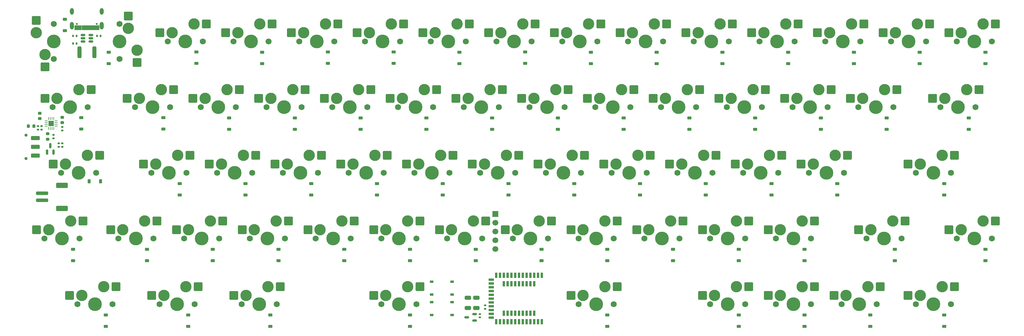
<source format=gbr>
%TF.GenerationSoftware,KiCad,Pcbnew,9.0.1*%
%TF.CreationDate,2025-05-16T22:45:18+09:00*%
%TF.ProjectId,H360,48333630-2e6b-4696-9361-645f70636258,rev?*%
%TF.SameCoordinates,Original*%
%TF.FileFunction,Soldermask,Bot*%
%TF.FilePolarity,Negative*%
%FSLAX46Y46*%
G04 Gerber Fmt 4.6, Leading zero omitted, Abs format (unit mm)*
G04 Created by KiCad (PCBNEW 9.0.1) date 2025-05-16 22:45:18*
%MOMM*%
%LPD*%
G01*
G04 APERTURE LIST*
G04 Aperture macros list*
%AMRoundRect*
0 Rectangle with rounded corners*
0 $1 Rounding radius*
0 $2 $3 $4 $5 $6 $7 $8 $9 X,Y pos of 4 corners*
0 Add a 4 corners polygon primitive as box body*
4,1,4,$2,$3,$4,$5,$6,$7,$8,$9,$2,$3,0*
0 Add four circle primitives for the rounded corners*
1,1,$1+$1,$2,$3*
1,1,$1+$1,$4,$5*
1,1,$1+$1,$6,$7*
1,1,$1+$1,$8,$9*
0 Add four rect primitives between the rounded corners*
20,1,$1+$1,$2,$3,$4,$5,0*
20,1,$1+$1,$4,$5,$6,$7,0*
20,1,$1+$1,$6,$7,$8,$9,0*
20,1,$1+$1,$8,$9,$2,$3,0*%
G04 Aperture macros list end*
%ADD10C,0.010000*%
%ADD11R,1.700000X1.700000*%
%ADD12C,1.700000*%
%ADD13RoundRect,0.225000X0.375000X-0.225000X0.375000X0.225000X-0.375000X0.225000X-0.375000X-0.225000X0*%
%ADD14RoundRect,0.135000X-0.185000X0.135000X-0.185000X-0.135000X0.185000X-0.135000X0.185000X0.135000X0*%
%ADD15C,1.750000*%
%ADD16C,3.987800*%
%ADD17C,3.300000*%
%ADD18RoundRect,0.250000X1.025000X1.000000X-1.025000X1.000000X-1.025000X-1.000000X1.025000X-1.000000X0*%
%ADD19RoundRect,0.250000X-1.000000X1.025000X-1.000000X-1.025000X1.000000X-1.025000X1.000000X1.025000X0*%
%ADD20R,0.700000X1.524000*%
%ADD21R,1.524000X0.700000*%
%ADD22RoundRect,0.150000X-0.512500X-0.150000X0.512500X-0.150000X0.512500X0.150000X-0.512500X0.150000X0*%
%ADD23R,1.000000X0.750000*%
%ADD24RoundRect,0.250000X-0.312500X-1.450000X0.312500X-1.450000X0.312500X1.450000X-0.312500X1.450000X0*%
%ADD25RoundRect,0.250000X0.650000X-0.325000X0.650000X0.325000X-0.650000X0.325000X-0.650000X-0.325000X0*%
%ADD26C,0.600000*%
%ADD27O,1.104000X2.204000*%
%ADD28O,1.104000X1.904000*%
%ADD29C,0.900000*%
%ADD30RoundRect,0.250000X1.000000X-0.375000X1.000000X0.375000X-1.000000X0.375000X-1.000000X-0.375000X0*%
%ADD31RoundRect,0.150000X0.512500X0.150000X-0.512500X0.150000X-0.512500X-0.150000X0.512500X-0.150000X0*%
%ADD32RoundRect,0.200000X-0.275000X0.200000X-0.275000X-0.200000X0.275000X-0.200000X0.275000X0.200000X0*%
%ADD33RoundRect,0.147500X-0.147500X-0.172500X0.147500X-0.172500X0.147500X0.172500X-0.147500X0.172500X0*%
%ADD34RoundRect,0.250000X1.000000X-1.025000X1.000000X1.025000X-1.000000X1.025000X-1.000000X-1.025000X0*%
%ADD35RoundRect,0.225000X0.225000X0.375000X-0.225000X0.375000X-0.225000X-0.375000X0.225000X-0.375000X0*%
%ADD36RoundRect,0.225000X-0.250000X0.225000X-0.250000X-0.225000X0.250000X-0.225000X0.250000X0.225000X0*%
%ADD37RoundRect,0.140000X0.170000X-0.140000X0.170000X0.140000X-0.170000X0.140000X-0.170000X-0.140000X0*%
%ADD38RoundRect,0.135000X0.185000X-0.135000X0.185000X0.135000X-0.185000X0.135000X-0.185000X-0.135000X0*%
%ADD39RoundRect,0.225000X0.225000X0.250000X-0.225000X0.250000X-0.225000X-0.250000X0.225000X-0.250000X0*%
%ADD40RoundRect,0.062500X-0.375000X-0.062500X0.375000X-0.062500X0.375000X0.062500X-0.375000X0.062500X0*%
%ADD41RoundRect,0.062500X-0.062500X-0.375000X0.062500X-0.375000X0.062500X0.375000X-0.062500X0.375000X0*%
%ADD42R,1.600000X1.600000*%
%ADD43RoundRect,0.135000X0.135000X0.185000X-0.135000X0.185000X-0.135000X-0.185000X0.135000X-0.185000X0*%
%ADD44RoundRect,0.150000X0.150000X-0.587500X0.150000X0.587500X-0.150000X0.587500X-0.150000X-0.587500X0*%
%ADD45RoundRect,0.250000X-1.500000X0.250000X-1.500000X-0.250000X1.500000X-0.250000X1.500000X0.250000X0*%
%ADD46RoundRect,0.250001X-1.449999X0.499999X-1.449999X-0.499999X1.449999X-0.499999X1.449999X0.499999X0*%
G04 APERTURE END LIST*
D10*
%TO.C,J1*%
X85256250Y-108557500D02*
X84556250Y-108557500D01*
X84556250Y-107317500D01*
X85256250Y-107317500D01*
X85256250Y-108557500D01*
G36*
X85256250Y-108557500D02*
G01*
X84556250Y-108557500D01*
X84556250Y-107317500D01*
X85256250Y-107317500D01*
X85256250Y-108557500D01*
G37*
X86056250Y-108557500D02*
X85356250Y-108557500D01*
X85356250Y-107317500D01*
X86056250Y-107317500D01*
X86056250Y-108557500D01*
G36*
X86056250Y-108557500D02*
G01*
X85356250Y-108557500D01*
X85356250Y-107317500D01*
X86056250Y-107317500D01*
X86056250Y-108557500D01*
G37*
X86556250Y-108557500D02*
X86156250Y-108557500D01*
X86156250Y-107317500D01*
X86556250Y-107317500D01*
X86556250Y-108557500D01*
G36*
X86556250Y-108557500D02*
G01*
X86156250Y-108557500D01*
X86156250Y-107317500D01*
X86556250Y-107317500D01*
X86556250Y-108557500D01*
G37*
X87056250Y-108557500D02*
X86656250Y-108557500D01*
X86656250Y-107317500D01*
X87056250Y-107317500D01*
X87056250Y-108557500D01*
G36*
X87056250Y-108557500D02*
G01*
X86656250Y-108557500D01*
X86656250Y-107317500D01*
X87056250Y-107317500D01*
X87056250Y-108557500D01*
G37*
X87556250Y-108557500D02*
X87156250Y-108557500D01*
X87156250Y-107317500D01*
X87556250Y-107317500D01*
X87556250Y-108557500D01*
G36*
X87556250Y-108557500D02*
G01*
X87156250Y-108557500D01*
X87156250Y-107317500D01*
X87556250Y-107317500D01*
X87556250Y-108557500D01*
G37*
X88056250Y-108557500D02*
X87656250Y-108557500D01*
X87656250Y-107317500D01*
X88056250Y-107317500D01*
X88056250Y-108557500D01*
G36*
X88056250Y-108557500D02*
G01*
X87656250Y-108557500D01*
X87656250Y-107317500D01*
X88056250Y-107317500D01*
X88056250Y-108557500D01*
G37*
X88556250Y-108557500D02*
X88156250Y-108557500D01*
X88156250Y-107317500D01*
X88556250Y-107317500D01*
X88556250Y-108557500D01*
G36*
X88556250Y-108557500D02*
G01*
X88156250Y-108557500D01*
X88156250Y-107317500D01*
X88556250Y-107317500D01*
X88556250Y-108557500D01*
G37*
X89056250Y-108557500D02*
X88656250Y-108557500D01*
X88656250Y-107317500D01*
X89056250Y-107317500D01*
X89056250Y-108557500D01*
G36*
X89056250Y-108557500D02*
G01*
X88656250Y-108557500D01*
X88656250Y-107317500D01*
X89056250Y-107317500D01*
X89056250Y-108557500D01*
G37*
X89556250Y-108557500D02*
X89156250Y-108557500D01*
X89156250Y-107317500D01*
X89556250Y-107317500D01*
X89556250Y-108557500D01*
G36*
X89556250Y-108557500D02*
G01*
X89156250Y-108557500D01*
X89156250Y-107317500D01*
X89556250Y-107317500D01*
X89556250Y-108557500D01*
G37*
X90056250Y-108557500D02*
X89656250Y-108557500D01*
X89656250Y-107317500D01*
X90056250Y-107317500D01*
X90056250Y-108557500D01*
G36*
X90056250Y-108557500D02*
G01*
X89656250Y-108557500D01*
X89656250Y-107317500D01*
X90056250Y-107317500D01*
X90056250Y-108557500D01*
G37*
X90856250Y-108557500D02*
X90156250Y-108557500D01*
X90156250Y-107317500D01*
X90856250Y-107317500D01*
X90856250Y-108557500D01*
G36*
X90856250Y-108557500D02*
G01*
X90156250Y-108557500D01*
X90156250Y-107317500D01*
X90856250Y-107317500D01*
X90856250Y-108557500D01*
G37*
X91656250Y-108557500D02*
X90956250Y-108557500D01*
X90956250Y-107317500D01*
X91656250Y-107317500D01*
X91656250Y-108557500D01*
G36*
X91656250Y-108557500D02*
G01*
X90956250Y-108557500D01*
X90956250Y-107317500D01*
X91656250Y-107317500D01*
X91656250Y-108557500D01*
G37*
%TD*%
D11*
%TO.C,REF\u002A\u002A*%
X206500000Y-162000000D03*
D12*
X206500000Y-164540000D03*
X206500000Y-167080000D03*
X206500000Y-169620000D03*
X206500000Y-172160000D03*
%TD*%
D13*
%TO.C,D49*%
X162718750Y-175481250D03*
X162718750Y-172181250D03*
%TD*%
D14*
%TO.C,R7*%
X75000000Y-136490000D03*
X75000000Y-137510000D03*
%TD*%
D13*
%TO.C,D60*%
X117475000Y-194531250D03*
X117475000Y-191231250D03*
%TD*%
D15*
%TO.C,MX21*%
X188436250Y-130968750D03*
D16*
X183356250Y-130968750D03*
D15*
X178276250Y-130968750D03*
D17*
X179546250Y-128428750D03*
D18*
X175996250Y-128428750D03*
X189446250Y-125888750D03*
D17*
X185896250Y-125888750D03*
%TD*%
D13*
%TO.C,D45*%
X84137500Y-175481250D03*
X84137500Y-172181250D03*
%TD*%
%TO.C,D42*%
X286543750Y-156431250D03*
X286543750Y-153131250D03*
%TD*%
D15*
%TO.C,MX61*%
X240823750Y-188118750D03*
D16*
X235743750Y-188118750D03*
D15*
X230663750Y-188118750D03*
D17*
X231933750Y-185578750D03*
D18*
X228383750Y-185578750D03*
X241833750Y-183038750D03*
D17*
X238283750Y-183038750D03*
%TD*%
D15*
%TO.C,MX9*%
X236061250Y-111918750D03*
D16*
X230981250Y-111918750D03*
D15*
X225901250Y-111918750D03*
D17*
X227171250Y-109378750D03*
D18*
X223621250Y-109378750D03*
X237071250Y-106838750D03*
D17*
X233521250Y-106838750D03*
%TD*%
D13*
%TO.C,D6*%
X138906250Y-118331250D03*
X138906250Y-115031250D03*
%TD*%
D15*
%TO.C,MX5*%
X159861250Y-111918750D03*
D16*
X154781250Y-111918750D03*
D15*
X149701250Y-111918750D03*
D17*
X150971250Y-109378750D03*
D18*
X147421250Y-109378750D03*
X160871250Y-106838750D03*
D17*
X157321250Y-106838750D03*
%TD*%
D13*
%TO.C,D5*%
X119856250Y-118268750D03*
X119856250Y-114968750D03*
%TD*%
D15*
%TO.C,MX26*%
X283686250Y-130968750D03*
D16*
X278606250Y-130968750D03*
D15*
X273526250Y-130968750D03*
D17*
X274796250Y-128428750D03*
D18*
X271246250Y-128428750D03*
X284696250Y-125888750D03*
D17*
X281146250Y-125888750D03*
%TD*%
D15*
%TO.C,MX1*%
X78581250Y-106838750D03*
D16*
X78581250Y-111918750D03*
D15*
X78581250Y-116998750D03*
D17*
X76041250Y-115728750D03*
D19*
X76041250Y-119278750D03*
X73501250Y-105828750D03*
D17*
X73501250Y-109378750D03*
%TD*%
D15*
%TO.C,MX10*%
X255111250Y-111918750D03*
D16*
X250031250Y-111918750D03*
D15*
X244951250Y-111918750D03*
D17*
X246221250Y-109378750D03*
D18*
X242671250Y-109378750D03*
X256121250Y-106838750D03*
D17*
X252571250Y-106838750D03*
%TD*%
D15*
%TO.C,MX19*%
X150336250Y-130968750D03*
D16*
X145256250Y-130968750D03*
D15*
X140176250Y-130968750D03*
D17*
X141446250Y-128428750D03*
D18*
X137896250Y-128428750D03*
X151346250Y-125888750D03*
D17*
X147796250Y-125888750D03*
%TD*%
D13*
%TO.C,D47*%
X124618750Y-175481250D03*
X124618750Y-172181250D03*
%TD*%
%TO.C,D19*%
X110331250Y-137318750D03*
X110331250Y-134018750D03*
%TD*%
%TO.C,D55*%
X277018750Y-175481250D03*
X277018750Y-172181250D03*
%TD*%
D20*
%TO.C,U3*%
X219981000Y-193250000D03*
X218881000Y-193250000D03*
X217781000Y-193250000D03*
X216681000Y-193250000D03*
X215581000Y-193250000D03*
X214481000Y-193250000D03*
X213381000Y-193250000D03*
X212281000Y-193250000D03*
X211181000Y-193250000D03*
X210081000Y-193250000D03*
X208981000Y-193250000D03*
X207881000Y-193250000D03*
X206781000Y-193250000D03*
D21*
X205281000Y-192000000D03*
X205281000Y-190900000D03*
X205281000Y-189800000D03*
X205281000Y-188700000D03*
X205281000Y-187600000D03*
X205281000Y-186500000D03*
X205281000Y-185400000D03*
X205281000Y-184300000D03*
X205281000Y-183200000D03*
X205281000Y-182100000D03*
X205281000Y-181000000D03*
D20*
X206781000Y-179750000D03*
X207881000Y-179750000D03*
X208981000Y-179750000D03*
X210081000Y-179750000D03*
X211181000Y-179750000D03*
X212281000Y-179750000D03*
X213381000Y-179750000D03*
X214481000Y-179750000D03*
X215581000Y-179750000D03*
X216681000Y-179750000D03*
X217781000Y-179750000D03*
X218881000Y-179750000D03*
X219981000Y-179750000D03*
X217781000Y-190750000D03*
X216681000Y-190750000D03*
X215581000Y-190750000D03*
X214481000Y-190750000D03*
X213381000Y-190750000D03*
X212281000Y-190750000D03*
X211181000Y-190750000D03*
X210081000Y-190750000D03*
X208981000Y-190750000D03*
X217781000Y-182250000D03*
X216681000Y-182250000D03*
X215581000Y-182250000D03*
X214481000Y-182250000D03*
X213381000Y-182250000D03*
X212281000Y-182250000D03*
X211181000Y-182250000D03*
X210081000Y-182250000D03*
X208981000Y-182250000D03*
%TD*%
D15*
%TO.C,MX45*%
X126523750Y-169068750D03*
D16*
X121443750Y-169068750D03*
D15*
X116363750Y-169068750D03*
D17*
X117633750Y-166528750D03*
D18*
X114083750Y-166528750D03*
X127533750Y-163988750D03*
D17*
X123983750Y-163988750D03*
%TD*%
D22*
%TO.C,U1*%
X87042500Y-111950000D03*
X87042500Y-111000000D03*
X87042500Y-110050000D03*
X89317500Y-110050000D03*
X89317500Y-111000000D03*
X89317500Y-111950000D03*
%TD*%
D15*
%TO.C,MX63*%
X297973750Y-188118750D03*
D16*
X292893750Y-188118750D03*
D15*
X287813750Y-188118750D03*
D17*
X289083750Y-185578750D03*
D18*
X285533750Y-185578750D03*
X298983750Y-183038750D03*
D17*
X295433750Y-183038750D03*
%TD*%
D13*
%TO.C,D14*%
X291306250Y-118331250D03*
X291306250Y-115031250D03*
%TD*%
%TO.C,D24*%
X205581250Y-137381250D03*
X205581250Y-134081250D03*
%TD*%
D15*
%TO.C,MX35*%
X193198750Y-150018750D03*
D16*
X188118750Y-150018750D03*
D15*
X183038750Y-150018750D03*
D17*
X184308750Y-147478750D03*
D18*
X180758750Y-147478750D03*
X194208750Y-144938750D03*
D17*
X190658750Y-144938750D03*
%TD*%
D15*
%TO.C,MX16*%
X88423750Y-130968750D03*
D16*
X83343750Y-130968750D03*
D15*
X78263750Y-130968750D03*
D17*
X79533750Y-128428750D03*
D18*
X75983750Y-128428750D03*
X89433750Y-125888750D03*
D17*
X85883750Y-125888750D03*
%TD*%
D15*
%TO.C,MX53*%
X278923750Y-169068750D03*
D16*
X273843750Y-169068750D03*
D15*
X268763750Y-169068750D03*
D17*
X270033750Y-166528750D03*
D18*
X266483750Y-166528750D03*
X279933750Y-163988750D03*
D17*
X276383750Y-163988750D03*
%TD*%
D23*
%TO.C,SW3*%
X194000000Y-187537500D03*
X188000000Y-187537500D03*
X194000000Y-191287500D03*
X188000000Y-191287500D03*
%TD*%
D15*
%TO.C,MX30*%
X90805000Y-150018750D03*
D16*
X85725000Y-150018750D03*
D15*
X80645000Y-150018750D03*
D17*
X81915000Y-147478750D03*
D18*
X78365000Y-147478750D03*
X91815000Y-144938750D03*
D17*
X88265000Y-144938750D03*
%TD*%
D13*
%TO.C,D38*%
X210343750Y-156431250D03*
X210343750Y-153131250D03*
%TD*%
D24*
%TO.C,F1*%
X86042500Y-115093750D03*
X90317500Y-115093750D03*
%TD*%
D13*
%TO.C,D36*%
X172243750Y-156431250D03*
X172243750Y-153131250D03*
%TD*%
D15*
%TO.C,MX23*%
X226536250Y-130968750D03*
D16*
X221456250Y-130968750D03*
D15*
X216376250Y-130968750D03*
D17*
X217646250Y-128428750D03*
D18*
X214096250Y-128428750D03*
X227546250Y-125888750D03*
D17*
X223996250Y-125888750D03*
%TD*%
D15*
%TO.C,MX11*%
X274161250Y-111918750D03*
D16*
X269081250Y-111918750D03*
D15*
X264001250Y-111918750D03*
D17*
X265271250Y-109378750D03*
D18*
X261721250Y-109378750D03*
X275171250Y-106838750D03*
D17*
X271621250Y-106838750D03*
%TD*%
D13*
%TO.C,D3*%
X81756250Y-108806250D03*
X81756250Y-105506250D03*
%TD*%
D25*
%TO.C,C7*%
X201000000Y-189200000D03*
X201000000Y-186250000D03*
%TD*%
D15*
%TO.C,MX46*%
X145573750Y-169068750D03*
D16*
X140493750Y-169068750D03*
D15*
X135413750Y-169068750D03*
D17*
X136683750Y-166528750D03*
D18*
X133133750Y-166528750D03*
X146583750Y-163988750D03*
D17*
X143033750Y-163988750D03*
%TD*%
D13*
%TO.C,D11*%
X234156250Y-118331250D03*
X234156250Y-115031250D03*
%TD*%
%TO.C,D23*%
X186531250Y-137381250D03*
X186531250Y-134081250D03*
%TD*%
%TO.C,D12*%
X253206250Y-118331250D03*
X253206250Y-115031250D03*
%TD*%
D15*
%TO.C,MX18*%
X131286250Y-130968750D03*
D16*
X126206250Y-130968750D03*
D15*
X121126250Y-130968750D03*
D17*
X122396250Y-128428750D03*
D18*
X118846250Y-128428750D03*
X132296250Y-125888750D03*
D17*
X128746250Y-125888750D03*
%TD*%
D15*
%TO.C,MX49*%
X202723750Y-169068750D03*
D16*
X197643750Y-169068750D03*
D15*
X192563750Y-169068750D03*
D17*
X193833750Y-166528750D03*
D18*
X190283750Y-166528750D03*
X203733750Y-163988750D03*
D17*
X200183750Y-163988750D03*
%TD*%
D26*
%TO.C,J1*%
X85216250Y-106867500D03*
X90996250Y-106867500D03*
D27*
X83781250Y-107357500D03*
X92431250Y-107357500D03*
D28*
X83781250Y-103187500D03*
X92431250Y-103187500D03*
%TD*%
D13*
%TO.C,D27*%
X262731250Y-137381250D03*
X262731250Y-134081250D03*
%TD*%
D23*
%TO.C,SW2*%
X194000000Y-181625000D03*
X188000000Y-181625000D03*
X194000000Y-185375000D03*
X188000000Y-185375000D03*
%TD*%
D13*
%TO.C,D17*%
X348456250Y-118393750D03*
X348456250Y-115093750D03*
%TD*%
D15*
%TO.C,MX22*%
X207486250Y-130968750D03*
D16*
X202406250Y-130968750D03*
D15*
X197326250Y-130968750D03*
D17*
X198596250Y-128428750D03*
D18*
X195046250Y-128428750D03*
X208496250Y-125888750D03*
D17*
X204946250Y-125888750D03*
%TD*%
D13*
%TO.C,D29*%
X300831250Y-137381250D03*
X300831250Y-134081250D03*
%TD*%
%TO.C,D18*%
X86518750Y-137318750D03*
X86518750Y-134018750D03*
%TD*%
%TO.C,D62*%
X181768750Y-194531250D03*
X181768750Y-191231250D03*
%TD*%
D29*
%TO.C,SW1*%
X70500000Y-145900000D03*
X70500000Y-139100000D03*
D30*
X73250000Y-145000000D03*
X73250000Y-142500000D03*
X73250000Y-140000000D03*
%TD*%
D13*
%TO.C,D48*%
X143668750Y-175481250D03*
X143668750Y-172181250D03*
%TD*%
D15*
%TO.C,MX29*%
X345598750Y-130968750D03*
D16*
X340518750Y-130968750D03*
D15*
X335438750Y-130968750D03*
D17*
X336708750Y-128428750D03*
D18*
X333158750Y-128428750D03*
X346608750Y-125888750D03*
D17*
X343058750Y-125888750D03*
%TD*%
D13*
%TO.C,D39*%
X229393750Y-156431250D03*
X229393750Y-153131250D03*
%TD*%
D15*
%TO.C,MX39*%
X269398750Y-150018750D03*
D16*
X264318750Y-150018750D03*
D15*
X259238750Y-150018750D03*
D17*
X260508750Y-147478750D03*
D18*
X256958750Y-147478750D03*
X270408750Y-144938750D03*
D17*
X266858750Y-144938750D03*
%TD*%
D15*
%TO.C,MX4*%
X140811250Y-111918750D03*
D16*
X135731250Y-111918750D03*
D15*
X130651250Y-111918750D03*
D17*
X131921250Y-109378750D03*
D18*
X128371250Y-109378750D03*
X141821250Y-106838750D03*
D17*
X138271250Y-106838750D03*
%TD*%
D15*
%TO.C,MX55*%
X324167500Y-169068750D03*
D16*
X319087500Y-169068750D03*
D15*
X314007500Y-169068750D03*
D17*
X315277500Y-166528750D03*
D18*
X311727500Y-166528750D03*
X325177500Y-163988750D03*
D17*
X321627500Y-163988750D03*
%TD*%
D15*
%TO.C,MX56*%
X350361250Y-169068750D03*
D16*
X345281250Y-169068750D03*
D15*
X340201250Y-169068750D03*
D17*
X341471250Y-166528750D03*
D18*
X337921250Y-166528750D03*
X351371250Y-163988750D03*
D17*
X347821250Y-163988750D03*
%TD*%
D13*
%TO.C,D53*%
X238918750Y-175543750D03*
X238918750Y-172243750D03*
%TD*%
D31*
%TO.C,U4*%
X200500000Y-190981250D03*
X200500000Y-192881250D03*
X198225000Y-191931250D03*
%TD*%
D13*
%TO.C,D37*%
X191293750Y-156431250D03*
X191293750Y-153131250D03*
%TD*%
D15*
%TO.C,MX33*%
X155098750Y-150018750D03*
D16*
X150018750Y-150018750D03*
D15*
X144938750Y-150018750D03*
D17*
X146208750Y-147478750D03*
D18*
X142658750Y-147478750D03*
X156108750Y-144938750D03*
D17*
X152558750Y-144938750D03*
%TD*%
D32*
%TO.C,R3*%
X76750000Y-138675000D03*
X76750000Y-140325000D03*
%TD*%
D33*
%TO.C,L1*%
X84162500Y-112500000D03*
X85132500Y-112500000D03*
%TD*%
D15*
%TO.C,MX43*%
X86042500Y-169068750D03*
D16*
X80962500Y-169068750D03*
D15*
X75882500Y-169068750D03*
D17*
X77152500Y-166528750D03*
D18*
X73602500Y-166528750D03*
X87052500Y-163988750D03*
D17*
X83502500Y-163988750D03*
%TD*%
D15*
%TO.C,MX41*%
X307498750Y-150018750D03*
D16*
X302418750Y-150018750D03*
D15*
X297338750Y-150018750D03*
D17*
X298608750Y-147478750D03*
D18*
X295058750Y-147478750D03*
X308508750Y-144938750D03*
D17*
X304958750Y-144938750D03*
%TD*%
D13*
%TO.C,D35*%
X153193750Y-156431250D03*
X153193750Y-153131250D03*
%TD*%
D14*
%TO.C,R6*%
X78500000Y-138990000D03*
X78500000Y-140010000D03*
%TD*%
D13*
%TO.C,D28*%
X281781250Y-137381250D03*
X281781250Y-134081250D03*
%TD*%
%TO.C,D57*%
X348456250Y-175481250D03*
X348456250Y-172181250D03*
%TD*%
D15*
%TO.C,MX27*%
X302736250Y-130968750D03*
D16*
X297656250Y-130968750D03*
D15*
X292576250Y-130968750D03*
D17*
X293846250Y-128428750D03*
D18*
X290296250Y-128428750D03*
X303746250Y-125888750D03*
D17*
X300196250Y-125888750D03*
%TD*%
D15*
%TO.C,MX64*%
X317023750Y-188118750D03*
D16*
X311943750Y-188118750D03*
D15*
X306863750Y-188118750D03*
D17*
X308133750Y-185578750D03*
D18*
X304583750Y-185578750D03*
X318033750Y-183038750D03*
D17*
X314483750Y-183038750D03*
%TD*%
D15*
%TO.C,MX28*%
X321786250Y-130968750D03*
D16*
X316706250Y-130968750D03*
D15*
X311626250Y-130968750D03*
D17*
X312896250Y-128428750D03*
D18*
X309346250Y-128428750D03*
X322796250Y-125888750D03*
D17*
X319246250Y-125888750D03*
%TD*%
D15*
%TO.C,MX50*%
X221773750Y-169068750D03*
D16*
X216693750Y-169068750D03*
D15*
X211613750Y-169068750D03*
D17*
X212883750Y-166528750D03*
D18*
X209333750Y-166528750D03*
X222783750Y-163988750D03*
D17*
X219233750Y-163988750D03*
%TD*%
D13*
%TO.C,D46*%
X105568750Y-175481250D03*
X105568750Y-172181250D03*
%TD*%
%TO.C,D31*%
X343693750Y-137381250D03*
X343693750Y-134081250D03*
%TD*%
D15*
%TO.C,MX48*%
X183673750Y-169068750D03*
D16*
X178593750Y-169068750D03*
D15*
X173513750Y-169068750D03*
D17*
X174783750Y-166528750D03*
D18*
X171233750Y-166528750D03*
X184683750Y-163988750D03*
D17*
X181133750Y-163988750D03*
%TD*%
D15*
%TO.C,MX44*%
X107473750Y-169068750D03*
D16*
X102393750Y-169068750D03*
D15*
X97313750Y-169068750D03*
D17*
X98583750Y-166528750D03*
D18*
X95033750Y-166528750D03*
X108483750Y-163988750D03*
D17*
X104933750Y-163988750D03*
%TD*%
D15*
%TO.C,MX34*%
X174148750Y-150018750D03*
D16*
X169068750Y-150018750D03*
D15*
X163988750Y-150018750D03*
D17*
X165258750Y-147478750D03*
D18*
X161708750Y-147478750D03*
X175158750Y-144938750D03*
D17*
X171608750Y-144938750D03*
%TD*%
D15*
%TO.C,MX2*%
X97631250Y-116998750D03*
D16*
X97631250Y-111918750D03*
D15*
X97631250Y-106838750D03*
D17*
X100171250Y-108108750D03*
D34*
X100171250Y-104558750D03*
X102711250Y-118008750D03*
D17*
X102711250Y-114458750D03*
%TD*%
D13*
%TO.C,D7*%
X157956250Y-118268750D03*
X157956250Y-114968750D03*
%TD*%
%TO.C,D9*%
X196056250Y-118331250D03*
X196056250Y-115031250D03*
%TD*%
D15*
%TO.C,MX38*%
X250348750Y-150018750D03*
D16*
X245268750Y-150018750D03*
D15*
X240188750Y-150018750D03*
D17*
X241458750Y-147478750D03*
D18*
X237908750Y-147478750D03*
X251358750Y-144938750D03*
D17*
X247808750Y-144938750D03*
%TD*%
D15*
%TO.C,MX24*%
X245586250Y-130968750D03*
D16*
X240506250Y-130968750D03*
D15*
X235426250Y-130968750D03*
D17*
X236696250Y-128428750D03*
D18*
X233146250Y-128428750D03*
X246596250Y-125888750D03*
D17*
X243046250Y-125888750D03*
%TD*%
D15*
%TO.C,MX13*%
X312261250Y-111918750D03*
D16*
X307181250Y-111918750D03*
D15*
X302101250Y-111918750D03*
D17*
X303371250Y-109378750D03*
D18*
X299821250Y-109378750D03*
X313271250Y-106838750D03*
D17*
X309721250Y-106838750D03*
%TD*%
D15*
%TO.C,MX3*%
X121761250Y-111918750D03*
D16*
X116681250Y-111918750D03*
D15*
X111601250Y-111918750D03*
D17*
X112871250Y-109378750D03*
D18*
X109321250Y-109378750D03*
X122771250Y-106838750D03*
D17*
X119221250Y-106838750D03*
%TD*%
D15*
%TO.C,MX36*%
X212248750Y-150018750D03*
D16*
X207168750Y-150018750D03*
D15*
X202088750Y-150018750D03*
D17*
X203358750Y-147478750D03*
D18*
X199808750Y-147478750D03*
X213258750Y-144938750D03*
D17*
X209708750Y-144938750D03*
%TD*%
D15*
%TO.C,MX31*%
X116998750Y-150018750D03*
D16*
X111918750Y-150018750D03*
D15*
X106838750Y-150018750D03*
D17*
X108108750Y-147478750D03*
D18*
X104558750Y-147478750D03*
X118008750Y-144938750D03*
D17*
X114458750Y-144938750D03*
%TD*%
D13*
%TO.C,D54*%
X257968750Y-175481250D03*
X257968750Y-172181250D03*
%TD*%
D35*
%TO.C,D32*%
X92150000Y-152500000D03*
X88850000Y-152500000D03*
%TD*%
D13*
%TO.C,D40*%
X248443750Y-156431250D03*
X248443750Y-153131250D03*
%TD*%
%TO.C,D58*%
X322262500Y-175481250D03*
X322262500Y-172181250D03*
%TD*%
D15*
%TO.C,MX58*%
X119380000Y-188118750D03*
D16*
X114300000Y-188118750D03*
D15*
X109220000Y-188118750D03*
D17*
X110490000Y-185578750D03*
D18*
X106940000Y-185578750D03*
X120390000Y-183038750D03*
D17*
X116840000Y-183038750D03*
%TD*%
D13*
%TO.C,D56*%
X296068750Y-175481250D03*
X296068750Y-172181250D03*
%TD*%
%TO.C,D67*%
X336550000Y-194531250D03*
X336550000Y-191231250D03*
%TD*%
D14*
%TO.C,R4*%
X81000000Y-136740000D03*
X81000000Y-137760000D03*
%TD*%
D13*
%TO.C,D34*%
X134143750Y-156431250D03*
X134143750Y-153131250D03*
%TD*%
%TO.C,D20*%
X129381250Y-137381250D03*
X129381250Y-134081250D03*
%TD*%
D36*
%TO.C,C3*%
X74500000Y-132725000D03*
X74500000Y-134275000D03*
%TD*%
D13*
%TO.C,D43*%
X305593750Y-156431250D03*
X305593750Y-153131250D03*
%TD*%
D15*
%TO.C,MX20*%
X169386250Y-130968750D03*
D16*
X164306250Y-130968750D03*
D15*
X159226250Y-130968750D03*
D17*
X160496250Y-128428750D03*
D18*
X156946250Y-128428750D03*
X170396250Y-125888750D03*
D17*
X166846250Y-125888750D03*
%TD*%
D13*
%TO.C,D65*%
X296068750Y-194531250D03*
X296068750Y-191231250D03*
%TD*%
D37*
%TO.C,C8*%
X202000000Y-191980000D03*
X202000000Y-191020000D03*
%TD*%
D15*
%TO.C,MX14*%
X331311250Y-111918750D03*
D16*
X326231250Y-111918750D03*
D15*
X321151250Y-111918750D03*
D17*
X322421250Y-109378750D03*
D18*
X318871250Y-109378750D03*
X332321250Y-106838750D03*
D17*
X328771250Y-106838750D03*
%TD*%
D13*
%TO.C,D13*%
X272256250Y-118331250D03*
X272256250Y-115031250D03*
%TD*%
D15*
%TO.C,MX62*%
X278923750Y-188118750D03*
D16*
X273843750Y-188118750D03*
D15*
X268763750Y-188118750D03*
D17*
X270033750Y-185578750D03*
D18*
X266483750Y-185578750D03*
X279933750Y-183038750D03*
D17*
X276383750Y-183038750D03*
%TD*%
D13*
%TO.C,D8*%
X177006250Y-118268750D03*
X177006250Y-114968750D03*
%TD*%
%TO.C,D26*%
X243681250Y-137381250D03*
X243681250Y-134081250D03*
%TD*%
%TO.C,D21*%
X148431250Y-137381250D03*
X148431250Y-134081250D03*
%TD*%
D15*
%TO.C,MX17*%
X112236250Y-130968750D03*
D16*
X107156250Y-130968750D03*
D15*
X102076250Y-130968750D03*
D17*
X103346250Y-128428750D03*
D18*
X99796250Y-128428750D03*
X113246250Y-125888750D03*
D17*
X109696250Y-125888750D03*
%TD*%
D13*
%TO.C,D44*%
X336550000Y-156431250D03*
X336550000Y-153131250D03*
%TD*%
%TO.C,D30*%
X319881250Y-137381250D03*
X319881250Y-134081250D03*
%TD*%
%TO.C,D16*%
X329406250Y-118331250D03*
X329406250Y-115031250D03*
%TD*%
D38*
%TO.C,R5*%
X203500000Y-189520000D03*
X203500000Y-188500000D03*
%TD*%
D15*
%TO.C,MX60*%
X183673750Y-188118750D03*
D16*
X178593750Y-188118750D03*
D15*
X173513750Y-188118750D03*
D17*
X174783750Y-185578750D03*
D18*
X171233750Y-185578750D03*
X184683750Y-183038750D03*
D17*
X181133750Y-183038750D03*
%TD*%
D13*
%TO.C,D52*%
X219868750Y-175481250D03*
X219868750Y-172181250D03*
%TD*%
D15*
%TO.C,MX51*%
X240823750Y-169068750D03*
D16*
X235743750Y-169068750D03*
D15*
X230663750Y-169068750D03*
D17*
X231933750Y-166528750D03*
D18*
X228383750Y-166528750D03*
X241833750Y-163988750D03*
D17*
X238283750Y-163988750D03*
%TD*%
D13*
%TO.C,D50*%
X181768750Y-175481250D03*
X181768750Y-172181250D03*
%TD*%
%TO.C,D61*%
X141287500Y-194531250D03*
X141287500Y-191231250D03*
%TD*%
D15*
%TO.C,MX8*%
X217011250Y-111918750D03*
D16*
X211931250Y-111918750D03*
D15*
X206851250Y-111918750D03*
D17*
X208121250Y-109378750D03*
D18*
X204571250Y-109378750D03*
X218021250Y-106838750D03*
D17*
X214471250Y-106838750D03*
%TD*%
D13*
%TO.C,D33*%
X115093750Y-156431250D03*
X115093750Y-153131250D03*
%TD*%
%TO.C,D63*%
X238918750Y-194531250D03*
X238918750Y-191231250D03*
%TD*%
D15*
%TO.C,MX42*%
X338455000Y-150018750D03*
D16*
X333375000Y-150018750D03*
D15*
X328295000Y-150018750D03*
D17*
X329565000Y-147478750D03*
D18*
X326015000Y-147478750D03*
X339465000Y-144938750D03*
D17*
X335915000Y-144938750D03*
%TD*%
D13*
%TO.C,D10*%
X215106250Y-118268750D03*
X215106250Y-114968750D03*
%TD*%
D15*
%TO.C,MX32*%
X136048750Y-150018750D03*
D16*
X130968750Y-150018750D03*
D15*
X125888750Y-150018750D03*
D17*
X127158750Y-147478750D03*
D18*
X123608750Y-147478750D03*
X137058750Y-144938750D03*
D17*
X133508750Y-144938750D03*
%TD*%
D13*
%TO.C,D51*%
X200818750Y-175481250D03*
X200818750Y-172181250D03*
%TD*%
D15*
%TO.C,MX25*%
X264636250Y-130968750D03*
D16*
X259556250Y-130968750D03*
D15*
X254476250Y-130968750D03*
D17*
X255746250Y-128428750D03*
D18*
X252196250Y-128428750D03*
X265646250Y-125888750D03*
D17*
X262096250Y-125888750D03*
%TD*%
D15*
%TO.C,MX15*%
X350361250Y-111918750D03*
D16*
X345281250Y-111918750D03*
D15*
X340201250Y-111918750D03*
D17*
X341471250Y-109378750D03*
D18*
X337921250Y-109378750D03*
X351371250Y-106838750D03*
D17*
X347821250Y-106838750D03*
%TD*%
D15*
%TO.C,MX52*%
X259873750Y-169068750D03*
D16*
X254793750Y-169068750D03*
D15*
X249713750Y-169068750D03*
D17*
X250983750Y-166528750D03*
D18*
X247433750Y-166528750D03*
X260883750Y-163988750D03*
D17*
X257333750Y-163988750D03*
%TD*%
D15*
%TO.C,MX37*%
X231298750Y-150018750D03*
D16*
X226218750Y-150018750D03*
D15*
X221138750Y-150018750D03*
D17*
X222408750Y-147478750D03*
D18*
X218858750Y-147478750D03*
X232308750Y-144938750D03*
D17*
X228758750Y-144938750D03*
%TD*%
D15*
%TO.C,MX47*%
X164623750Y-169068750D03*
D16*
X159543750Y-169068750D03*
D15*
X154463750Y-169068750D03*
D17*
X155733750Y-166528750D03*
D18*
X152183750Y-166528750D03*
X165633750Y-163988750D03*
D17*
X162083750Y-163988750D03*
%TD*%
D15*
%TO.C,MX6*%
X178911250Y-111918750D03*
D16*
X173831250Y-111918750D03*
D15*
X168751250Y-111918750D03*
D17*
X170021250Y-109378750D03*
D18*
X166471250Y-109378750D03*
X179921250Y-106838750D03*
D17*
X176371250Y-106838750D03*
%TD*%
D39*
%TO.C,C4*%
X72775000Y-136500000D03*
X71225000Y-136500000D03*
%TD*%
D36*
%TO.C,C5*%
X81000000Y-133950000D03*
X81000000Y-135500000D03*
%TD*%
D40*
%TO.C,U5*%
X76350000Y-136500000D03*
X76350000Y-136000000D03*
X76350000Y-135500000D03*
X76350000Y-135000000D03*
D41*
X77037500Y-134312500D03*
X77537500Y-134312500D03*
X78037500Y-134312500D03*
X78537500Y-134312500D03*
D40*
X79225000Y-135000000D03*
X79225000Y-135500000D03*
X79225000Y-136000000D03*
X79225000Y-136500000D03*
D41*
X78537500Y-137187500D03*
X78037500Y-137187500D03*
X77537500Y-137187500D03*
X77037500Y-137187500D03*
D42*
X77787500Y-135750000D03*
%TD*%
D15*
%TO.C,MX7*%
X197961250Y-111918750D03*
D16*
X192881250Y-111918750D03*
D15*
X187801250Y-111918750D03*
D17*
X189071250Y-109378750D03*
D18*
X185521250Y-109378750D03*
X198971250Y-106838750D03*
D17*
X195421250Y-106838750D03*
%TD*%
D13*
%TO.C,D66*%
X315118750Y-194593750D03*
X315118750Y-191293750D03*
%TD*%
D38*
%TO.C,R9*%
X80000000Y-142510000D03*
X80000000Y-141490000D03*
%TD*%
D43*
%TO.C,R2*%
X85157500Y-110331250D03*
X84137500Y-110331250D03*
%TD*%
D44*
%TO.C,Q1*%
X78500000Y-144000000D03*
X76600000Y-144000000D03*
X77550000Y-142125000D03*
%TD*%
D14*
%TO.C,R10*%
X81000000Y-141500000D03*
X81000000Y-142520000D03*
%TD*%
%TO.C,R8*%
X74000000Y-136500000D03*
X74000000Y-137520000D03*
%TD*%
D15*
%TO.C,MX54*%
X297973750Y-169068750D03*
D16*
X292893750Y-169068750D03*
D15*
X287813750Y-169068750D03*
D17*
X289083750Y-166528750D03*
D18*
X285533750Y-166528750D03*
X298983750Y-163988750D03*
D17*
X295433750Y-163988750D03*
%TD*%
D13*
%TO.C,D64*%
X277018750Y-194531250D03*
X277018750Y-191231250D03*
%TD*%
%TO.C,D59*%
X93662500Y-194531250D03*
X93662500Y-191231250D03*
%TD*%
D25*
%TO.C,C6*%
X198500000Y-189200000D03*
X198500000Y-186250000D03*
%TD*%
D45*
%TO.C,J2*%
X75150000Y-156000000D03*
X75150000Y-158000000D03*
D46*
X80900000Y-153650000D03*
X80900000Y-160350000D03*
%TD*%
D15*
%TO.C,MX65*%
X338455000Y-188118750D03*
D16*
X333375000Y-188118750D03*
D15*
X328295000Y-188118750D03*
D17*
X329565000Y-185578750D03*
D18*
X326015000Y-185578750D03*
X339465000Y-183038750D03*
D17*
X335915000Y-183038750D03*
%TD*%
D13*
%TO.C,D4*%
X94456250Y-118331250D03*
X94456250Y-115031250D03*
%TD*%
%TO.C,D41*%
X267493750Y-156431250D03*
X267493750Y-153131250D03*
%TD*%
D15*
%TO.C,MX40*%
X288448750Y-150018750D03*
D16*
X283368750Y-150018750D03*
D15*
X278288750Y-150018750D03*
D17*
X279558750Y-147478750D03*
D18*
X276008750Y-147478750D03*
X289458750Y-144938750D03*
D17*
X285908750Y-144938750D03*
%TD*%
D15*
%TO.C,MX12*%
X293211250Y-111918750D03*
D16*
X288131250Y-111918750D03*
D15*
X283051250Y-111918750D03*
D17*
X284321250Y-109378750D03*
D18*
X280771250Y-109378750D03*
X294221250Y-106838750D03*
D17*
X290671250Y-106838750D03*
%TD*%
D43*
%TO.C,R1*%
X92075000Y-110331250D03*
X91055000Y-110331250D03*
%TD*%
D15*
%TO.C,MX59*%
X143192500Y-188118750D03*
D16*
X138112500Y-188118750D03*
D15*
X133032500Y-188118750D03*
D17*
X134302500Y-185578750D03*
D18*
X130752500Y-185578750D03*
X144202500Y-183038750D03*
D17*
X140652500Y-183038750D03*
%TD*%
D13*
%TO.C,D25*%
X224631250Y-137381250D03*
X224631250Y-134081250D03*
%TD*%
%TO.C,D15*%
X310356250Y-118331250D03*
X310356250Y-115031250D03*
%TD*%
%TO.C,D22*%
X167481250Y-137381250D03*
X167481250Y-134081250D03*
%TD*%
D15*
%TO.C,MX57*%
X95567500Y-188118750D03*
D16*
X90487500Y-188118750D03*
D15*
X85407500Y-188118750D03*
D17*
X86677500Y-185578750D03*
D18*
X83127500Y-185578750D03*
X96577500Y-183038750D03*
D17*
X93027500Y-183038750D03*
%TD*%
M02*

</source>
